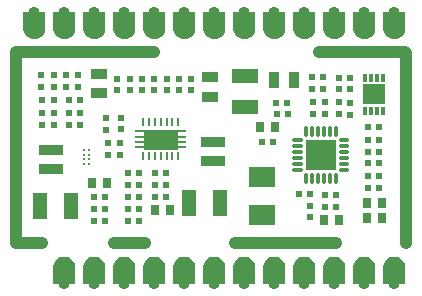
<source format=gbr>
G04 EAGLE Gerber RS-274X export*
G75*
%MOMM*%
%FSLAX34Y34*%
%LPD*%
%INSoldermask Top*%
%IPPOS*%
%AMOC8*
5,1,8,0,0,1.08239X$1,22.5*%
G01*
%ADD10C,1.000000*%
%ADD11C,1.016000*%
%ADD12R,0.720000X0.870000*%
%ADD13R,0.470000X0.620000*%
%ADD14R,2.320000X1.670000*%
%ADD15R,0.477200X0.629600*%
%ADD16C,0.370000*%
%ADD17R,2.600000X2.600000*%
%ADD18R,0.629600X0.477200*%
%ADD19R,0.470000X0.570000*%
%ADD20R,0.870000X1.320000*%
%ADD21R,0.300000X0.800000*%
%ADD22R,1.880000X1.730000*%
%ADD23R,0.620000X0.470000*%
%ADD24R,1.320000X0.870000*%
%ADD25R,2.020000X0.870000*%
%ADD26R,0.270000X0.720000*%
%ADD27C,0.032000*%
%ADD28R,1.120000X0.220000*%
%ADD29C,0.250000*%
%ADD30C,1.798000*%
%ADD31C,1.036000*%
%ADD32R,2.220000X1.270000*%
%ADD33R,1.270000X2.220000*%

G36*
X52597Y206550D02*
X52597Y206550D01*
X52643Y206563D01*
X52718Y206574D01*
X54386Y207080D01*
X54429Y207102D01*
X54501Y207127D01*
X56038Y207949D01*
X56076Y207979D01*
X56141Y208018D01*
X57489Y209124D01*
X57520Y209160D01*
X57576Y209211D01*
X58682Y210559D01*
X58706Y210601D01*
X58751Y210662D01*
X59573Y212199D01*
X59587Y212245D01*
X59620Y212314D01*
X60126Y213982D01*
X60132Y214029D01*
X60150Y214104D01*
X60321Y215838D01*
X60319Y215865D01*
X60324Y215900D01*
X60324Y228600D01*
X60313Y228665D01*
X60311Y228731D01*
X60293Y228774D01*
X60285Y228821D01*
X60251Y228878D01*
X60226Y228938D01*
X60195Y228973D01*
X60170Y229014D01*
X60119Y229056D01*
X60075Y229104D01*
X60033Y229126D01*
X59996Y229155D01*
X59934Y229176D01*
X59875Y229207D01*
X59821Y229215D01*
X59784Y229227D01*
X59744Y229226D01*
X59690Y229234D01*
X41910Y229234D01*
X41845Y229223D01*
X41779Y229221D01*
X41736Y229203D01*
X41689Y229195D01*
X41632Y229161D01*
X41572Y229136D01*
X41537Y229105D01*
X41496Y229080D01*
X41455Y229029D01*
X41406Y228985D01*
X41384Y228943D01*
X41355Y228906D01*
X41334Y228844D01*
X41303Y228785D01*
X41295Y228731D01*
X41283Y228694D01*
X41283Y228670D01*
X41283Y228668D01*
X41283Y228650D01*
X41276Y228600D01*
X41276Y215900D01*
X41281Y215873D01*
X41279Y215838D01*
X41450Y214104D01*
X41463Y214057D01*
X41474Y213982D01*
X41980Y212314D01*
X42002Y212271D01*
X42027Y212199D01*
X42849Y210662D01*
X42879Y210624D01*
X42918Y210559D01*
X44024Y209211D01*
X44060Y209180D01*
X44111Y209124D01*
X45459Y208018D01*
X45501Y207994D01*
X45562Y207949D01*
X47099Y207127D01*
X47145Y207113D01*
X47214Y207080D01*
X47352Y207038D01*
X47353Y207038D01*
X48882Y206574D01*
X48929Y206568D01*
X49004Y206550D01*
X50738Y206379D01*
X50786Y206383D01*
X50862Y206379D01*
X52597Y206550D01*
G37*
G36*
X306597Y206550D02*
X306597Y206550D01*
X306643Y206563D01*
X306718Y206574D01*
X308386Y207080D01*
X308429Y207102D01*
X308501Y207127D01*
X310038Y207949D01*
X310076Y207979D01*
X310141Y208018D01*
X311489Y209124D01*
X311520Y209160D01*
X311576Y209211D01*
X312682Y210559D01*
X312706Y210601D01*
X312751Y210662D01*
X313573Y212199D01*
X313587Y212245D01*
X313620Y212314D01*
X314126Y213982D01*
X314132Y214029D01*
X314150Y214104D01*
X314321Y215838D01*
X314319Y215865D01*
X314324Y215900D01*
X314324Y228600D01*
X314313Y228665D01*
X314311Y228731D01*
X314293Y228774D01*
X314285Y228821D01*
X314251Y228878D01*
X314226Y228938D01*
X314195Y228973D01*
X314170Y229014D01*
X314119Y229056D01*
X314075Y229104D01*
X314033Y229126D01*
X313996Y229155D01*
X313934Y229176D01*
X313875Y229207D01*
X313821Y229215D01*
X313784Y229227D01*
X313744Y229226D01*
X313690Y229234D01*
X295910Y229234D01*
X295845Y229223D01*
X295779Y229221D01*
X295736Y229203D01*
X295689Y229195D01*
X295632Y229161D01*
X295572Y229136D01*
X295537Y229105D01*
X295496Y229080D01*
X295455Y229029D01*
X295406Y228985D01*
X295384Y228943D01*
X295355Y228906D01*
X295334Y228844D01*
X295303Y228785D01*
X295295Y228731D01*
X295283Y228694D01*
X295283Y228670D01*
X295283Y228668D01*
X295283Y228650D01*
X295276Y228600D01*
X295276Y215900D01*
X295281Y215873D01*
X295279Y215838D01*
X295450Y214104D01*
X295463Y214057D01*
X295474Y213982D01*
X295980Y212314D01*
X296002Y212271D01*
X296027Y212199D01*
X296849Y210662D01*
X296879Y210624D01*
X296918Y210559D01*
X298024Y209211D01*
X298060Y209180D01*
X298111Y209124D01*
X299459Y208018D01*
X299501Y207994D01*
X299562Y207949D01*
X301099Y207127D01*
X301145Y207113D01*
X301214Y207080D01*
X301352Y207038D01*
X301353Y207038D01*
X302882Y206574D01*
X302929Y206568D01*
X303004Y206550D01*
X304738Y206379D01*
X304786Y206383D01*
X304862Y206379D01*
X306597Y206550D01*
G37*
G36*
X154197Y206550D02*
X154197Y206550D01*
X154243Y206563D01*
X154318Y206574D01*
X155986Y207080D01*
X156029Y207102D01*
X156101Y207127D01*
X157638Y207949D01*
X157676Y207979D01*
X157741Y208018D01*
X159089Y209124D01*
X159120Y209160D01*
X159176Y209211D01*
X160282Y210559D01*
X160306Y210601D01*
X160351Y210662D01*
X161173Y212199D01*
X161187Y212245D01*
X161220Y212314D01*
X161726Y213982D01*
X161732Y214029D01*
X161750Y214104D01*
X161921Y215838D01*
X161919Y215865D01*
X161924Y215900D01*
X161924Y228600D01*
X161913Y228665D01*
X161911Y228731D01*
X161893Y228774D01*
X161885Y228821D01*
X161851Y228878D01*
X161826Y228938D01*
X161795Y228973D01*
X161770Y229014D01*
X161719Y229056D01*
X161675Y229104D01*
X161633Y229126D01*
X161596Y229155D01*
X161534Y229176D01*
X161475Y229207D01*
X161421Y229215D01*
X161384Y229227D01*
X161344Y229226D01*
X161290Y229234D01*
X143510Y229234D01*
X143445Y229223D01*
X143379Y229221D01*
X143336Y229203D01*
X143289Y229195D01*
X143232Y229161D01*
X143172Y229136D01*
X143137Y229105D01*
X143096Y229080D01*
X143055Y229029D01*
X143006Y228985D01*
X142984Y228943D01*
X142955Y228906D01*
X142934Y228844D01*
X142903Y228785D01*
X142895Y228731D01*
X142883Y228694D01*
X142883Y228670D01*
X142883Y228668D01*
X142883Y228650D01*
X142876Y228600D01*
X142876Y215900D01*
X142881Y215873D01*
X142879Y215838D01*
X143050Y214104D01*
X143063Y214057D01*
X143074Y213982D01*
X143580Y212314D01*
X143602Y212271D01*
X143627Y212199D01*
X144449Y210662D01*
X144479Y210624D01*
X144518Y210559D01*
X145624Y209211D01*
X145660Y209180D01*
X145711Y209124D01*
X147059Y208018D01*
X147101Y207994D01*
X147162Y207949D01*
X148699Y207127D01*
X148745Y207113D01*
X148814Y207080D01*
X148952Y207038D01*
X148953Y207038D01*
X150482Y206574D01*
X150529Y206568D01*
X150604Y206550D01*
X152338Y206379D01*
X152386Y206383D01*
X152462Y206379D01*
X154197Y206550D01*
G37*
G36*
X281197Y206550D02*
X281197Y206550D01*
X281243Y206563D01*
X281318Y206574D01*
X282986Y207080D01*
X283029Y207102D01*
X283101Y207127D01*
X284638Y207949D01*
X284676Y207979D01*
X284741Y208018D01*
X286089Y209124D01*
X286120Y209160D01*
X286176Y209211D01*
X287282Y210559D01*
X287306Y210601D01*
X287351Y210662D01*
X288173Y212199D01*
X288187Y212245D01*
X288220Y212314D01*
X288726Y213982D01*
X288732Y214029D01*
X288750Y214104D01*
X288921Y215838D01*
X288919Y215865D01*
X288924Y215900D01*
X288924Y228600D01*
X288913Y228665D01*
X288911Y228731D01*
X288893Y228774D01*
X288885Y228821D01*
X288851Y228878D01*
X288826Y228938D01*
X288795Y228973D01*
X288770Y229014D01*
X288719Y229056D01*
X288675Y229104D01*
X288633Y229126D01*
X288596Y229155D01*
X288534Y229176D01*
X288475Y229207D01*
X288421Y229215D01*
X288384Y229227D01*
X288344Y229226D01*
X288290Y229234D01*
X270510Y229234D01*
X270445Y229223D01*
X270379Y229221D01*
X270336Y229203D01*
X270289Y229195D01*
X270232Y229161D01*
X270172Y229136D01*
X270137Y229105D01*
X270096Y229080D01*
X270055Y229029D01*
X270006Y228985D01*
X269984Y228943D01*
X269955Y228906D01*
X269934Y228844D01*
X269903Y228785D01*
X269895Y228731D01*
X269883Y228694D01*
X269883Y228670D01*
X269883Y228668D01*
X269883Y228650D01*
X269876Y228600D01*
X269876Y215900D01*
X269881Y215873D01*
X269879Y215838D01*
X270050Y214104D01*
X270063Y214057D01*
X270074Y213982D01*
X270580Y212314D01*
X270602Y212271D01*
X270627Y212199D01*
X271449Y210662D01*
X271479Y210624D01*
X271518Y210559D01*
X272624Y209211D01*
X272660Y209180D01*
X272711Y209124D01*
X274059Y208018D01*
X274101Y207994D01*
X274162Y207949D01*
X275699Y207127D01*
X275745Y207113D01*
X275814Y207080D01*
X275952Y207038D01*
X275953Y207038D01*
X277482Y206574D01*
X277529Y206568D01*
X277604Y206550D01*
X279338Y206379D01*
X279386Y206383D01*
X279462Y206379D01*
X281197Y206550D01*
G37*
G36*
X128797Y206550D02*
X128797Y206550D01*
X128843Y206563D01*
X128918Y206574D01*
X130586Y207080D01*
X130629Y207102D01*
X130701Y207127D01*
X132238Y207949D01*
X132276Y207979D01*
X132341Y208018D01*
X133689Y209124D01*
X133720Y209160D01*
X133776Y209211D01*
X134882Y210559D01*
X134906Y210601D01*
X134951Y210662D01*
X135773Y212199D01*
X135787Y212245D01*
X135820Y212314D01*
X136326Y213982D01*
X136332Y214029D01*
X136350Y214104D01*
X136521Y215838D01*
X136519Y215865D01*
X136524Y215900D01*
X136524Y228600D01*
X136513Y228665D01*
X136511Y228731D01*
X136493Y228774D01*
X136485Y228821D01*
X136451Y228878D01*
X136426Y228938D01*
X136395Y228973D01*
X136370Y229014D01*
X136319Y229056D01*
X136275Y229104D01*
X136233Y229126D01*
X136196Y229155D01*
X136134Y229176D01*
X136075Y229207D01*
X136021Y229215D01*
X135984Y229227D01*
X135944Y229226D01*
X135890Y229234D01*
X118110Y229234D01*
X118045Y229223D01*
X117979Y229221D01*
X117936Y229203D01*
X117889Y229195D01*
X117832Y229161D01*
X117772Y229136D01*
X117737Y229105D01*
X117696Y229080D01*
X117655Y229029D01*
X117606Y228985D01*
X117584Y228943D01*
X117555Y228906D01*
X117534Y228844D01*
X117503Y228785D01*
X117495Y228731D01*
X117483Y228694D01*
X117483Y228670D01*
X117483Y228668D01*
X117483Y228650D01*
X117476Y228600D01*
X117476Y215900D01*
X117481Y215873D01*
X117479Y215838D01*
X117650Y214104D01*
X117663Y214057D01*
X117674Y213982D01*
X118180Y212314D01*
X118202Y212271D01*
X118227Y212199D01*
X119049Y210662D01*
X119079Y210624D01*
X119118Y210559D01*
X120224Y209211D01*
X120260Y209180D01*
X120311Y209124D01*
X121659Y208018D01*
X121701Y207994D01*
X121762Y207949D01*
X123299Y207127D01*
X123345Y207113D01*
X123414Y207080D01*
X123552Y207038D01*
X123553Y207038D01*
X125082Y206574D01*
X125129Y206568D01*
X125204Y206550D01*
X126938Y206379D01*
X126986Y206383D01*
X127062Y206379D01*
X128797Y206550D01*
G37*
G36*
X230397Y206550D02*
X230397Y206550D01*
X230443Y206563D01*
X230518Y206574D01*
X232186Y207080D01*
X232229Y207102D01*
X232301Y207127D01*
X233838Y207949D01*
X233876Y207979D01*
X233941Y208018D01*
X235289Y209124D01*
X235320Y209160D01*
X235376Y209211D01*
X236482Y210559D01*
X236506Y210601D01*
X236551Y210662D01*
X237373Y212199D01*
X237387Y212245D01*
X237420Y212314D01*
X237926Y213982D01*
X237932Y214029D01*
X237950Y214104D01*
X238121Y215838D01*
X238119Y215865D01*
X238124Y215900D01*
X238124Y228600D01*
X238113Y228665D01*
X238111Y228731D01*
X238093Y228774D01*
X238085Y228821D01*
X238051Y228878D01*
X238026Y228938D01*
X237995Y228973D01*
X237970Y229014D01*
X237919Y229056D01*
X237875Y229104D01*
X237833Y229126D01*
X237796Y229155D01*
X237734Y229176D01*
X237675Y229207D01*
X237621Y229215D01*
X237584Y229227D01*
X237544Y229226D01*
X237490Y229234D01*
X219710Y229234D01*
X219645Y229223D01*
X219579Y229221D01*
X219536Y229203D01*
X219489Y229195D01*
X219432Y229161D01*
X219372Y229136D01*
X219337Y229105D01*
X219296Y229080D01*
X219255Y229029D01*
X219206Y228985D01*
X219184Y228943D01*
X219155Y228906D01*
X219134Y228844D01*
X219103Y228785D01*
X219095Y228731D01*
X219083Y228694D01*
X219083Y228670D01*
X219083Y228668D01*
X219083Y228650D01*
X219076Y228600D01*
X219076Y215900D01*
X219081Y215873D01*
X219079Y215838D01*
X219250Y214104D01*
X219263Y214057D01*
X219274Y213982D01*
X219780Y212314D01*
X219802Y212271D01*
X219827Y212199D01*
X220649Y210662D01*
X220679Y210624D01*
X220718Y210559D01*
X221824Y209211D01*
X221860Y209180D01*
X221911Y209124D01*
X223259Y208018D01*
X223301Y207994D01*
X223362Y207949D01*
X224899Y207127D01*
X224945Y207113D01*
X225014Y207080D01*
X225152Y207038D01*
X225153Y207038D01*
X226682Y206574D01*
X226729Y206568D01*
X226804Y206550D01*
X228538Y206379D01*
X228586Y206383D01*
X228662Y206379D01*
X230397Y206550D01*
G37*
G36*
X77997Y206550D02*
X77997Y206550D01*
X78043Y206563D01*
X78118Y206574D01*
X79786Y207080D01*
X79829Y207102D01*
X79901Y207127D01*
X81438Y207949D01*
X81476Y207979D01*
X81541Y208018D01*
X82889Y209124D01*
X82920Y209160D01*
X82976Y209211D01*
X84082Y210559D01*
X84106Y210601D01*
X84151Y210662D01*
X84973Y212199D01*
X84987Y212245D01*
X85020Y212314D01*
X85526Y213982D01*
X85532Y214029D01*
X85550Y214104D01*
X85721Y215838D01*
X85719Y215865D01*
X85724Y215900D01*
X85724Y228600D01*
X85713Y228665D01*
X85711Y228731D01*
X85693Y228774D01*
X85685Y228821D01*
X85651Y228878D01*
X85626Y228938D01*
X85595Y228973D01*
X85570Y229014D01*
X85519Y229056D01*
X85475Y229104D01*
X85433Y229126D01*
X85396Y229155D01*
X85334Y229176D01*
X85275Y229207D01*
X85221Y229215D01*
X85184Y229227D01*
X85144Y229226D01*
X85090Y229234D01*
X67310Y229234D01*
X67245Y229223D01*
X67179Y229221D01*
X67136Y229203D01*
X67089Y229195D01*
X67032Y229161D01*
X66972Y229136D01*
X66937Y229105D01*
X66896Y229080D01*
X66855Y229029D01*
X66806Y228985D01*
X66784Y228943D01*
X66755Y228906D01*
X66734Y228844D01*
X66703Y228785D01*
X66695Y228731D01*
X66683Y228694D01*
X66683Y228670D01*
X66683Y228668D01*
X66683Y228650D01*
X66676Y228600D01*
X66676Y215900D01*
X66681Y215873D01*
X66679Y215838D01*
X66850Y214104D01*
X66863Y214057D01*
X66874Y213982D01*
X67380Y212314D01*
X67402Y212271D01*
X67427Y212199D01*
X68249Y210662D01*
X68279Y210624D01*
X68318Y210559D01*
X69424Y209211D01*
X69460Y209180D01*
X69511Y209124D01*
X70859Y208018D01*
X70901Y207994D01*
X70962Y207949D01*
X72499Y207127D01*
X72545Y207113D01*
X72614Y207080D01*
X72752Y207038D01*
X72753Y207038D01*
X74282Y206574D01*
X74329Y206568D01*
X74404Y206550D01*
X76138Y206379D01*
X76186Y206383D01*
X76262Y206379D01*
X77997Y206550D01*
G37*
G36*
X103397Y206550D02*
X103397Y206550D01*
X103443Y206563D01*
X103518Y206574D01*
X105186Y207080D01*
X105229Y207102D01*
X105301Y207127D01*
X106838Y207949D01*
X106876Y207979D01*
X106941Y208018D01*
X108289Y209124D01*
X108320Y209160D01*
X108376Y209211D01*
X109482Y210559D01*
X109506Y210601D01*
X109551Y210662D01*
X110373Y212199D01*
X110387Y212245D01*
X110420Y212314D01*
X110926Y213982D01*
X110932Y214029D01*
X110950Y214104D01*
X111121Y215838D01*
X111119Y215865D01*
X111124Y215900D01*
X111124Y228600D01*
X111113Y228665D01*
X111111Y228731D01*
X111093Y228774D01*
X111085Y228821D01*
X111051Y228878D01*
X111026Y228938D01*
X110995Y228973D01*
X110970Y229014D01*
X110919Y229056D01*
X110875Y229104D01*
X110833Y229126D01*
X110796Y229155D01*
X110734Y229176D01*
X110675Y229207D01*
X110621Y229215D01*
X110584Y229227D01*
X110544Y229226D01*
X110490Y229234D01*
X92710Y229234D01*
X92645Y229223D01*
X92579Y229221D01*
X92536Y229203D01*
X92489Y229195D01*
X92432Y229161D01*
X92372Y229136D01*
X92337Y229105D01*
X92296Y229080D01*
X92255Y229029D01*
X92206Y228985D01*
X92184Y228943D01*
X92155Y228906D01*
X92134Y228844D01*
X92103Y228785D01*
X92095Y228731D01*
X92083Y228694D01*
X92083Y228670D01*
X92083Y228668D01*
X92083Y228650D01*
X92076Y228600D01*
X92076Y215900D01*
X92081Y215873D01*
X92079Y215838D01*
X92250Y214104D01*
X92263Y214057D01*
X92274Y213982D01*
X92780Y212314D01*
X92802Y212271D01*
X92827Y212199D01*
X93649Y210662D01*
X93679Y210624D01*
X93718Y210559D01*
X94824Y209211D01*
X94860Y209180D01*
X94911Y209124D01*
X96259Y208018D01*
X96301Y207994D01*
X96362Y207949D01*
X97899Y207127D01*
X97945Y207113D01*
X98014Y207080D01*
X98152Y207038D01*
X98153Y207038D01*
X99682Y206574D01*
X99729Y206568D01*
X99804Y206550D01*
X101538Y206379D01*
X101586Y206383D01*
X101662Y206379D01*
X103397Y206550D01*
G37*
G36*
X204997Y206550D02*
X204997Y206550D01*
X205043Y206563D01*
X205118Y206574D01*
X206786Y207080D01*
X206829Y207102D01*
X206901Y207127D01*
X208438Y207949D01*
X208476Y207979D01*
X208541Y208018D01*
X209889Y209124D01*
X209920Y209160D01*
X209976Y209211D01*
X211082Y210559D01*
X211106Y210601D01*
X211151Y210662D01*
X211973Y212199D01*
X211987Y212245D01*
X212020Y212314D01*
X212526Y213982D01*
X212532Y214029D01*
X212550Y214104D01*
X212721Y215838D01*
X212719Y215865D01*
X212724Y215900D01*
X212724Y228600D01*
X212713Y228665D01*
X212711Y228731D01*
X212693Y228774D01*
X212685Y228821D01*
X212651Y228878D01*
X212626Y228938D01*
X212595Y228973D01*
X212570Y229014D01*
X212519Y229056D01*
X212475Y229104D01*
X212433Y229126D01*
X212396Y229155D01*
X212334Y229176D01*
X212275Y229207D01*
X212221Y229215D01*
X212184Y229227D01*
X212144Y229226D01*
X212090Y229234D01*
X194310Y229234D01*
X194245Y229223D01*
X194179Y229221D01*
X194136Y229203D01*
X194089Y229195D01*
X194032Y229161D01*
X193972Y229136D01*
X193937Y229105D01*
X193896Y229080D01*
X193855Y229029D01*
X193806Y228985D01*
X193784Y228943D01*
X193755Y228906D01*
X193734Y228844D01*
X193703Y228785D01*
X193695Y228731D01*
X193683Y228694D01*
X193683Y228670D01*
X193683Y228668D01*
X193683Y228650D01*
X193676Y228600D01*
X193676Y215900D01*
X193681Y215873D01*
X193679Y215838D01*
X193850Y214104D01*
X193863Y214057D01*
X193874Y213982D01*
X194380Y212314D01*
X194402Y212271D01*
X194427Y212199D01*
X195249Y210662D01*
X195279Y210624D01*
X195318Y210559D01*
X196424Y209211D01*
X196460Y209180D01*
X196511Y209124D01*
X197859Y208018D01*
X197901Y207994D01*
X197962Y207949D01*
X199499Y207127D01*
X199545Y207113D01*
X199614Y207080D01*
X199752Y207038D01*
X199753Y207038D01*
X201282Y206574D01*
X201329Y206568D01*
X201404Y206550D01*
X203138Y206379D01*
X203186Y206383D01*
X203262Y206379D01*
X204997Y206550D01*
G37*
G36*
X255797Y206550D02*
X255797Y206550D01*
X255843Y206563D01*
X255918Y206574D01*
X257586Y207080D01*
X257629Y207102D01*
X257701Y207127D01*
X259238Y207949D01*
X259276Y207979D01*
X259341Y208018D01*
X260689Y209124D01*
X260720Y209160D01*
X260776Y209211D01*
X261882Y210559D01*
X261906Y210601D01*
X261951Y210662D01*
X262773Y212199D01*
X262787Y212245D01*
X262820Y212314D01*
X263326Y213982D01*
X263332Y214029D01*
X263350Y214104D01*
X263521Y215838D01*
X263519Y215865D01*
X263524Y215900D01*
X263524Y228600D01*
X263513Y228665D01*
X263511Y228731D01*
X263493Y228774D01*
X263485Y228821D01*
X263451Y228878D01*
X263426Y228938D01*
X263395Y228973D01*
X263370Y229014D01*
X263319Y229056D01*
X263275Y229104D01*
X263233Y229126D01*
X263196Y229155D01*
X263134Y229176D01*
X263075Y229207D01*
X263021Y229215D01*
X262984Y229227D01*
X262944Y229226D01*
X262890Y229234D01*
X245110Y229234D01*
X245045Y229223D01*
X244979Y229221D01*
X244936Y229203D01*
X244889Y229195D01*
X244832Y229161D01*
X244772Y229136D01*
X244737Y229105D01*
X244696Y229080D01*
X244655Y229029D01*
X244606Y228985D01*
X244584Y228943D01*
X244555Y228906D01*
X244534Y228844D01*
X244503Y228785D01*
X244495Y228731D01*
X244483Y228694D01*
X244483Y228670D01*
X244483Y228668D01*
X244483Y228650D01*
X244476Y228600D01*
X244476Y215900D01*
X244481Y215873D01*
X244479Y215838D01*
X244650Y214104D01*
X244663Y214057D01*
X244674Y213982D01*
X245180Y212314D01*
X245202Y212271D01*
X245227Y212199D01*
X246049Y210662D01*
X246079Y210624D01*
X246118Y210559D01*
X247224Y209211D01*
X247260Y209180D01*
X247311Y209124D01*
X248659Y208018D01*
X248701Y207994D01*
X248762Y207949D01*
X250299Y207127D01*
X250345Y207113D01*
X250414Y207080D01*
X250552Y207038D01*
X250553Y207038D01*
X252082Y206574D01*
X252129Y206568D01*
X252204Y206550D01*
X253938Y206379D01*
X253986Y206383D01*
X254062Y206379D01*
X255797Y206550D01*
G37*
G36*
X27197Y206550D02*
X27197Y206550D01*
X27243Y206563D01*
X27318Y206574D01*
X28986Y207080D01*
X29029Y207102D01*
X29101Y207127D01*
X30638Y207949D01*
X30676Y207979D01*
X30741Y208018D01*
X32089Y209124D01*
X32120Y209160D01*
X32176Y209211D01*
X33282Y210559D01*
X33306Y210601D01*
X33351Y210662D01*
X34173Y212199D01*
X34187Y212245D01*
X34220Y212314D01*
X34726Y213982D01*
X34732Y214029D01*
X34750Y214104D01*
X34921Y215838D01*
X34919Y215865D01*
X34924Y215900D01*
X34924Y228600D01*
X34913Y228665D01*
X34911Y228731D01*
X34893Y228774D01*
X34885Y228821D01*
X34851Y228878D01*
X34826Y228938D01*
X34795Y228973D01*
X34770Y229014D01*
X34719Y229056D01*
X34675Y229104D01*
X34633Y229126D01*
X34596Y229155D01*
X34534Y229176D01*
X34475Y229207D01*
X34421Y229215D01*
X34384Y229227D01*
X34344Y229226D01*
X34290Y229234D01*
X16510Y229234D01*
X16445Y229223D01*
X16379Y229221D01*
X16336Y229203D01*
X16289Y229195D01*
X16232Y229161D01*
X16172Y229136D01*
X16137Y229105D01*
X16096Y229080D01*
X16055Y229029D01*
X16006Y228985D01*
X15984Y228943D01*
X15955Y228906D01*
X15934Y228844D01*
X15903Y228785D01*
X15895Y228731D01*
X15883Y228694D01*
X15883Y228670D01*
X15883Y228668D01*
X15883Y228650D01*
X15876Y228600D01*
X15876Y215900D01*
X15881Y215873D01*
X15879Y215838D01*
X16050Y214104D01*
X16063Y214057D01*
X16074Y213982D01*
X16580Y212314D01*
X16602Y212271D01*
X16627Y212199D01*
X17449Y210662D01*
X17479Y210624D01*
X17518Y210559D01*
X18624Y209211D01*
X18660Y209180D01*
X18711Y209124D01*
X20059Y208018D01*
X20101Y207994D01*
X20162Y207949D01*
X21699Y207127D01*
X21745Y207113D01*
X21814Y207080D01*
X21952Y207038D01*
X21953Y207038D01*
X23482Y206574D01*
X23529Y206568D01*
X23604Y206550D01*
X25338Y206379D01*
X25386Y206383D01*
X25462Y206379D01*
X27197Y206550D01*
G37*
G36*
X331997Y206550D02*
X331997Y206550D01*
X332043Y206563D01*
X332118Y206574D01*
X333786Y207080D01*
X333829Y207102D01*
X333901Y207127D01*
X335438Y207949D01*
X335476Y207979D01*
X335541Y208018D01*
X336889Y209124D01*
X336920Y209160D01*
X336976Y209211D01*
X338082Y210559D01*
X338106Y210601D01*
X338151Y210662D01*
X338973Y212199D01*
X338987Y212245D01*
X339020Y212314D01*
X339526Y213982D01*
X339532Y214029D01*
X339550Y214104D01*
X339721Y215838D01*
X339719Y215865D01*
X339724Y215900D01*
X339724Y228600D01*
X339713Y228665D01*
X339711Y228731D01*
X339693Y228774D01*
X339685Y228821D01*
X339651Y228878D01*
X339626Y228938D01*
X339595Y228973D01*
X339570Y229014D01*
X339519Y229056D01*
X339475Y229104D01*
X339433Y229126D01*
X339396Y229155D01*
X339334Y229176D01*
X339275Y229207D01*
X339221Y229215D01*
X339184Y229227D01*
X339144Y229226D01*
X339090Y229234D01*
X321310Y229234D01*
X321245Y229223D01*
X321179Y229221D01*
X321136Y229203D01*
X321089Y229195D01*
X321032Y229161D01*
X320972Y229136D01*
X320937Y229105D01*
X320896Y229080D01*
X320855Y229029D01*
X320806Y228985D01*
X320784Y228943D01*
X320755Y228906D01*
X320734Y228844D01*
X320703Y228785D01*
X320695Y228731D01*
X320683Y228694D01*
X320683Y228670D01*
X320683Y228668D01*
X320683Y228650D01*
X320676Y228600D01*
X320676Y215900D01*
X320681Y215873D01*
X320679Y215838D01*
X320850Y214104D01*
X320863Y214057D01*
X320874Y213982D01*
X321380Y212314D01*
X321402Y212271D01*
X321427Y212199D01*
X322249Y210662D01*
X322279Y210624D01*
X322318Y210559D01*
X323424Y209211D01*
X323460Y209180D01*
X323511Y209124D01*
X324859Y208018D01*
X324901Y207994D01*
X324962Y207949D01*
X326499Y207127D01*
X326545Y207113D01*
X326614Y207080D01*
X326752Y207038D01*
X326753Y207038D01*
X328282Y206574D01*
X328329Y206568D01*
X328404Y206550D01*
X330138Y206379D01*
X330186Y206383D01*
X330262Y206379D01*
X331997Y206550D01*
G37*
G36*
X179597Y206550D02*
X179597Y206550D01*
X179643Y206563D01*
X179718Y206574D01*
X181386Y207080D01*
X181429Y207102D01*
X181501Y207127D01*
X183038Y207949D01*
X183076Y207979D01*
X183141Y208018D01*
X184489Y209124D01*
X184520Y209160D01*
X184576Y209211D01*
X185682Y210559D01*
X185706Y210601D01*
X185751Y210662D01*
X186573Y212199D01*
X186587Y212245D01*
X186620Y212314D01*
X187126Y213982D01*
X187132Y214029D01*
X187150Y214104D01*
X187321Y215838D01*
X187319Y215865D01*
X187324Y215900D01*
X187324Y228600D01*
X187313Y228665D01*
X187311Y228731D01*
X187293Y228774D01*
X187285Y228821D01*
X187251Y228878D01*
X187226Y228938D01*
X187195Y228973D01*
X187170Y229014D01*
X187119Y229056D01*
X187075Y229104D01*
X187033Y229126D01*
X186996Y229155D01*
X186934Y229176D01*
X186875Y229207D01*
X186821Y229215D01*
X186784Y229227D01*
X186744Y229226D01*
X186690Y229234D01*
X168910Y229234D01*
X168845Y229223D01*
X168779Y229221D01*
X168736Y229203D01*
X168689Y229195D01*
X168632Y229161D01*
X168572Y229136D01*
X168537Y229105D01*
X168496Y229080D01*
X168455Y229029D01*
X168406Y228985D01*
X168384Y228943D01*
X168355Y228906D01*
X168334Y228844D01*
X168303Y228785D01*
X168295Y228731D01*
X168283Y228694D01*
X168283Y228670D01*
X168283Y228668D01*
X168283Y228650D01*
X168276Y228600D01*
X168276Y215900D01*
X168281Y215873D01*
X168279Y215838D01*
X168450Y214104D01*
X168463Y214057D01*
X168474Y213982D01*
X168980Y212314D01*
X169002Y212271D01*
X169027Y212199D01*
X169849Y210662D01*
X169879Y210624D01*
X169918Y210559D01*
X171024Y209211D01*
X171060Y209180D01*
X171111Y209124D01*
X172459Y208018D01*
X172501Y207994D01*
X172562Y207949D01*
X174099Y207127D01*
X174145Y207113D01*
X174214Y207080D01*
X174352Y207038D01*
X174353Y207038D01*
X175882Y206574D01*
X175929Y206568D01*
X176004Y206550D01*
X177738Y206379D01*
X177786Y206383D01*
X177862Y206379D01*
X179597Y206550D01*
G37*
G36*
X161355Y-623D02*
X161355Y-623D01*
X161421Y-621D01*
X161464Y-603D01*
X161511Y-595D01*
X161568Y-561D01*
X161628Y-536D01*
X161663Y-505D01*
X161704Y-480D01*
X161746Y-429D01*
X161794Y-385D01*
X161816Y-343D01*
X161845Y-306D01*
X161866Y-244D01*
X161897Y-185D01*
X161905Y-131D01*
X161917Y-94D01*
X161916Y-54D01*
X161924Y0D01*
X161924Y12700D01*
X161919Y12727D01*
X161921Y12762D01*
X161750Y14497D01*
X161737Y14543D01*
X161726Y14618D01*
X161220Y16286D01*
X161198Y16329D01*
X161173Y16401D01*
X160351Y17938D01*
X160321Y17976D01*
X160282Y18041D01*
X159176Y19389D01*
X159140Y19420D01*
X159089Y19476D01*
X157741Y20582D01*
X157699Y20606D01*
X157638Y20651D01*
X156101Y21473D01*
X156055Y21487D01*
X155986Y21520D01*
X155932Y21537D01*
X155931Y21537D01*
X154318Y22026D01*
X154271Y22032D01*
X154197Y22050D01*
X152462Y22221D01*
X152414Y22217D01*
X152338Y22221D01*
X150604Y22050D01*
X150557Y22037D01*
X150482Y22026D01*
X148814Y21520D01*
X148771Y21498D01*
X148699Y21473D01*
X147162Y20651D01*
X147124Y20621D01*
X147059Y20582D01*
X145711Y19476D01*
X145680Y19440D01*
X145624Y19389D01*
X144518Y18041D01*
X144494Y17999D01*
X144449Y17938D01*
X143627Y16401D01*
X143613Y16355D01*
X143580Y16286D01*
X143074Y14618D01*
X143068Y14571D01*
X143050Y14497D01*
X142879Y12762D01*
X142881Y12735D01*
X142876Y12700D01*
X142876Y0D01*
X142887Y-65D01*
X142889Y-131D01*
X142907Y-174D01*
X142915Y-221D01*
X142949Y-278D01*
X142974Y-338D01*
X143005Y-373D01*
X143030Y-414D01*
X143081Y-456D01*
X143125Y-504D01*
X143167Y-526D01*
X143204Y-555D01*
X143266Y-576D01*
X143325Y-607D01*
X143379Y-615D01*
X143416Y-627D01*
X143456Y-626D01*
X143510Y-634D01*
X161290Y-634D01*
X161355Y-623D01*
G37*
G36*
X186755Y-623D02*
X186755Y-623D01*
X186821Y-621D01*
X186864Y-603D01*
X186911Y-595D01*
X186968Y-561D01*
X187028Y-536D01*
X187063Y-505D01*
X187104Y-480D01*
X187146Y-429D01*
X187194Y-385D01*
X187216Y-343D01*
X187245Y-306D01*
X187266Y-244D01*
X187297Y-185D01*
X187305Y-131D01*
X187317Y-94D01*
X187316Y-54D01*
X187324Y0D01*
X187324Y12700D01*
X187319Y12727D01*
X187321Y12762D01*
X187150Y14497D01*
X187137Y14543D01*
X187126Y14618D01*
X186620Y16286D01*
X186598Y16329D01*
X186573Y16401D01*
X185751Y17938D01*
X185721Y17976D01*
X185682Y18041D01*
X184576Y19389D01*
X184540Y19420D01*
X184489Y19476D01*
X183141Y20582D01*
X183099Y20606D01*
X183038Y20651D01*
X181501Y21473D01*
X181455Y21487D01*
X181386Y21520D01*
X181332Y21537D01*
X181331Y21537D01*
X179718Y22026D01*
X179671Y22032D01*
X179597Y22050D01*
X177862Y22221D01*
X177814Y22217D01*
X177738Y22221D01*
X176004Y22050D01*
X175957Y22037D01*
X175882Y22026D01*
X174214Y21520D01*
X174171Y21498D01*
X174099Y21473D01*
X172562Y20651D01*
X172524Y20621D01*
X172459Y20582D01*
X171111Y19476D01*
X171080Y19440D01*
X171024Y19389D01*
X169918Y18041D01*
X169894Y17999D01*
X169849Y17938D01*
X169027Y16401D01*
X169013Y16355D01*
X168980Y16286D01*
X168474Y14618D01*
X168468Y14571D01*
X168450Y14497D01*
X168279Y12762D01*
X168281Y12735D01*
X168276Y12700D01*
X168276Y0D01*
X168287Y-65D01*
X168289Y-131D01*
X168307Y-174D01*
X168315Y-221D01*
X168349Y-278D01*
X168374Y-338D01*
X168405Y-373D01*
X168430Y-414D01*
X168481Y-456D01*
X168525Y-504D01*
X168567Y-526D01*
X168604Y-555D01*
X168666Y-576D01*
X168725Y-607D01*
X168779Y-615D01*
X168816Y-627D01*
X168856Y-626D01*
X168910Y-634D01*
X186690Y-634D01*
X186755Y-623D01*
G37*
G36*
X262955Y-623D02*
X262955Y-623D01*
X263021Y-621D01*
X263064Y-603D01*
X263111Y-595D01*
X263168Y-561D01*
X263228Y-536D01*
X263263Y-505D01*
X263304Y-480D01*
X263346Y-429D01*
X263394Y-385D01*
X263416Y-343D01*
X263445Y-306D01*
X263466Y-244D01*
X263497Y-185D01*
X263505Y-131D01*
X263517Y-94D01*
X263516Y-54D01*
X263524Y0D01*
X263524Y12700D01*
X263519Y12727D01*
X263521Y12762D01*
X263350Y14497D01*
X263337Y14543D01*
X263326Y14618D01*
X262820Y16286D01*
X262798Y16329D01*
X262773Y16401D01*
X261951Y17938D01*
X261921Y17976D01*
X261882Y18041D01*
X260776Y19389D01*
X260740Y19420D01*
X260689Y19476D01*
X259341Y20582D01*
X259299Y20606D01*
X259238Y20651D01*
X257701Y21473D01*
X257655Y21487D01*
X257586Y21520D01*
X257532Y21537D01*
X257531Y21537D01*
X255918Y22026D01*
X255871Y22032D01*
X255797Y22050D01*
X254062Y22221D01*
X254014Y22217D01*
X253938Y22221D01*
X252204Y22050D01*
X252157Y22037D01*
X252082Y22026D01*
X250414Y21520D01*
X250371Y21498D01*
X250299Y21473D01*
X248762Y20651D01*
X248724Y20621D01*
X248659Y20582D01*
X247311Y19476D01*
X247280Y19440D01*
X247224Y19389D01*
X246118Y18041D01*
X246094Y17999D01*
X246049Y17938D01*
X245227Y16401D01*
X245213Y16355D01*
X245180Y16286D01*
X244674Y14618D01*
X244668Y14571D01*
X244650Y14497D01*
X244479Y12762D01*
X244481Y12735D01*
X244476Y12700D01*
X244476Y0D01*
X244487Y-65D01*
X244489Y-131D01*
X244507Y-174D01*
X244515Y-221D01*
X244549Y-278D01*
X244574Y-338D01*
X244605Y-373D01*
X244630Y-414D01*
X244681Y-456D01*
X244725Y-504D01*
X244767Y-526D01*
X244804Y-555D01*
X244866Y-576D01*
X244925Y-607D01*
X244979Y-615D01*
X245016Y-627D01*
X245056Y-626D01*
X245110Y-634D01*
X262890Y-634D01*
X262955Y-623D01*
G37*
G36*
X237555Y-623D02*
X237555Y-623D01*
X237621Y-621D01*
X237664Y-603D01*
X237711Y-595D01*
X237768Y-561D01*
X237828Y-536D01*
X237863Y-505D01*
X237904Y-480D01*
X237946Y-429D01*
X237994Y-385D01*
X238016Y-343D01*
X238045Y-306D01*
X238066Y-244D01*
X238097Y-185D01*
X238105Y-131D01*
X238117Y-94D01*
X238116Y-54D01*
X238124Y0D01*
X238124Y12700D01*
X238119Y12727D01*
X238121Y12762D01*
X237950Y14497D01*
X237937Y14543D01*
X237926Y14618D01*
X237420Y16286D01*
X237398Y16329D01*
X237373Y16401D01*
X236551Y17938D01*
X236521Y17976D01*
X236482Y18041D01*
X235376Y19389D01*
X235340Y19420D01*
X235289Y19476D01*
X233941Y20582D01*
X233899Y20606D01*
X233838Y20651D01*
X232301Y21473D01*
X232255Y21487D01*
X232186Y21520D01*
X232132Y21537D01*
X232131Y21537D01*
X230518Y22026D01*
X230471Y22032D01*
X230397Y22050D01*
X228662Y22221D01*
X228614Y22217D01*
X228538Y22221D01*
X226804Y22050D01*
X226757Y22037D01*
X226682Y22026D01*
X225014Y21520D01*
X224971Y21498D01*
X224899Y21473D01*
X223362Y20651D01*
X223324Y20621D01*
X223259Y20582D01*
X221911Y19476D01*
X221880Y19440D01*
X221824Y19389D01*
X220718Y18041D01*
X220694Y17999D01*
X220649Y17938D01*
X219827Y16401D01*
X219813Y16355D01*
X219780Y16286D01*
X219274Y14618D01*
X219268Y14571D01*
X219250Y14497D01*
X219079Y12762D01*
X219081Y12735D01*
X219076Y12700D01*
X219076Y0D01*
X219087Y-65D01*
X219089Y-131D01*
X219107Y-174D01*
X219115Y-221D01*
X219149Y-278D01*
X219174Y-338D01*
X219205Y-373D01*
X219230Y-414D01*
X219281Y-456D01*
X219325Y-504D01*
X219367Y-526D01*
X219404Y-555D01*
X219466Y-576D01*
X219525Y-607D01*
X219579Y-615D01*
X219616Y-627D01*
X219656Y-626D01*
X219710Y-634D01*
X237490Y-634D01*
X237555Y-623D01*
G37*
G36*
X59755Y-623D02*
X59755Y-623D01*
X59821Y-621D01*
X59864Y-603D01*
X59911Y-595D01*
X59968Y-561D01*
X60028Y-536D01*
X60063Y-505D01*
X60104Y-480D01*
X60146Y-429D01*
X60194Y-385D01*
X60216Y-343D01*
X60245Y-306D01*
X60266Y-244D01*
X60297Y-185D01*
X60305Y-131D01*
X60317Y-94D01*
X60316Y-54D01*
X60324Y0D01*
X60324Y12700D01*
X60319Y12727D01*
X60321Y12762D01*
X60150Y14497D01*
X60137Y14543D01*
X60126Y14618D01*
X59620Y16286D01*
X59598Y16329D01*
X59573Y16401D01*
X58751Y17938D01*
X58721Y17976D01*
X58682Y18041D01*
X57576Y19389D01*
X57540Y19420D01*
X57489Y19476D01*
X56141Y20582D01*
X56099Y20606D01*
X56038Y20651D01*
X54501Y21473D01*
X54455Y21487D01*
X54386Y21520D01*
X54332Y21537D01*
X54331Y21537D01*
X52718Y22026D01*
X52671Y22032D01*
X52597Y22050D01*
X50862Y22221D01*
X50814Y22217D01*
X50738Y22221D01*
X49004Y22050D01*
X48957Y22037D01*
X48882Y22026D01*
X47214Y21520D01*
X47171Y21498D01*
X47099Y21473D01*
X45562Y20651D01*
X45524Y20621D01*
X45459Y20582D01*
X44111Y19476D01*
X44080Y19440D01*
X44024Y19389D01*
X42918Y18041D01*
X42894Y17999D01*
X42849Y17938D01*
X42027Y16401D01*
X42013Y16355D01*
X41980Y16286D01*
X41474Y14618D01*
X41468Y14571D01*
X41450Y14497D01*
X41279Y12762D01*
X41281Y12735D01*
X41276Y12700D01*
X41276Y0D01*
X41287Y-65D01*
X41289Y-131D01*
X41307Y-174D01*
X41315Y-221D01*
X41349Y-278D01*
X41374Y-338D01*
X41405Y-373D01*
X41430Y-414D01*
X41481Y-456D01*
X41525Y-504D01*
X41567Y-526D01*
X41604Y-555D01*
X41666Y-576D01*
X41725Y-607D01*
X41779Y-615D01*
X41816Y-627D01*
X41856Y-626D01*
X41910Y-634D01*
X59690Y-634D01*
X59755Y-623D01*
G37*
G36*
X212155Y-623D02*
X212155Y-623D01*
X212221Y-621D01*
X212264Y-603D01*
X212311Y-595D01*
X212368Y-561D01*
X212428Y-536D01*
X212463Y-505D01*
X212504Y-480D01*
X212546Y-429D01*
X212594Y-385D01*
X212616Y-343D01*
X212645Y-306D01*
X212666Y-244D01*
X212697Y-185D01*
X212705Y-131D01*
X212717Y-94D01*
X212716Y-54D01*
X212724Y0D01*
X212724Y12700D01*
X212719Y12727D01*
X212721Y12762D01*
X212550Y14497D01*
X212537Y14543D01*
X212526Y14618D01*
X212020Y16286D01*
X211998Y16329D01*
X211973Y16401D01*
X211151Y17938D01*
X211121Y17976D01*
X211082Y18041D01*
X209976Y19389D01*
X209940Y19420D01*
X209889Y19476D01*
X208541Y20582D01*
X208499Y20606D01*
X208438Y20651D01*
X206901Y21473D01*
X206855Y21487D01*
X206786Y21520D01*
X206732Y21537D01*
X206731Y21537D01*
X205118Y22026D01*
X205071Y22032D01*
X204997Y22050D01*
X203262Y22221D01*
X203214Y22217D01*
X203138Y22221D01*
X201404Y22050D01*
X201357Y22037D01*
X201282Y22026D01*
X199614Y21520D01*
X199571Y21498D01*
X199499Y21473D01*
X197962Y20651D01*
X197924Y20621D01*
X197859Y20582D01*
X196511Y19476D01*
X196480Y19440D01*
X196424Y19389D01*
X195318Y18041D01*
X195294Y17999D01*
X195249Y17938D01*
X194427Y16401D01*
X194413Y16355D01*
X194380Y16286D01*
X193874Y14618D01*
X193868Y14571D01*
X193850Y14497D01*
X193679Y12762D01*
X193681Y12735D01*
X193676Y12700D01*
X193676Y0D01*
X193687Y-65D01*
X193689Y-131D01*
X193707Y-174D01*
X193715Y-221D01*
X193749Y-278D01*
X193774Y-338D01*
X193805Y-373D01*
X193830Y-414D01*
X193881Y-456D01*
X193925Y-504D01*
X193967Y-526D01*
X194004Y-555D01*
X194066Y-576D01*
X194125Y-607D01*
X194179Y-615D01*
X194216Y-627D01*
X194256Y-626D01*
X194310Y-634D01*
X212090Y-634D01*
X212155Y-623D01*
G37*
G36*
X288355Y-623D02*
X288355Y-623D01*
X288421Y-621D01*
X288464Y-603D01*
X288511Y-595D01*
X288568Y-561D01*
X288628Y-536D01*
X288663Y-505D01*
X288704Y-480D01*
X288746Y-429D01*
X288794Y-385D01*
X288816Y-343D01*
X288845Y-306D01*
X288866Y-244D01*
X288897Y-185D01*
X288905Y-131D01*
X288917Y-94D01*
X288916Y-54D01*
X288924Y0D01*
X288924Y12700D01*
X288919Y12727D01*
X288921Y12762D01*
X288750Y14497D01*
X288737Y14543D01*
X288726Y14618D01*
X288220Y16286D01*
X288198Y16329D01*
X288173Y16401D01*
X287351Y17938D01*
X287321Y17976D01*
X287282Y18041D01*
X286176Y19389D01*
X286140Y19420D01*
X286089Y19476D01*
X284741Y20582D01*
X284699Y20606D01*
X284638Y20651D01*
X283101Y21473D01*
X283055Y21487D01*
X282986Y21520D01*
X282932Y21537D01*
X282931Y21537D01*
X281318Y22026D01*
X281271Y22032D01*
X281197Y22050D01*
X279462Y22221D01*
X279414Y22217D01*
X279338Y22221D01*
X277604Y22050D01*
X277557Y22037D01*
X277482Y22026D01*
X275814Y21520D01*
X275771Y21498D01*
X275699Y21473D01*
X274162Y20651D01*
X274124Y20621D01*
X274059Y20582D01*
X272711Y19476D01*
X272680Y19440D01*
X272624Y19389D01*
X271518Y18041D01*
X271494Y17999D01*
X271449Y17938D01*
X270627Y16401D01*
X270613Y16355D01*
X270580Y16286D01*
X270074Y14618D01*
X270068Y14571D01*
X270050Y14497D01*
X269879Y12762D01*
X269881Y12735D01*
X269876Y12700D01*
X269876Y0D01*
X269887Y-65D01*
X269889Y-131D01*
X269907Y-174D01*
X269915Y-221D01*
X269949Y-278D01*
X269974Y-338D01*
X270005Y-373D01*
X270030Y-414D01*
X270081Y-456D01*
X270125Y-504D01*
X270167Y-526D01*
X270204Y-555D01*
X270266Y-576D01*
X270325Y-607D01*
X270379Y-615D01*
X270416Y-627D01*
X270456Y-626D01*
X270510Y-634D01*
X288290Y-634D01*
X288355Y-623D01*
G37*
G36*
X85155Y-623D02*
X85155Y-623D01*
X85221Y-621D01*
X85264Y-603D01*
X85311Y-595D01*
X85368Y-561D01*
X85428Y-536D01*
X85463Y-505D01*
X85504Y-480D01*
X85546Y-429D01*
X85594Y-385D01*
X85616Y-343D01*
X85645Y-306D01*
X85666Y-244D01*
X85697Y-185D01*
X85705Y-131D01*
X85717Y-94D01*
X85716Y-54D01*
X85724Y0D01*
X85724Y12700D01*
X85719Y12727D01*
X85721Y12762D01*
X85550Y14497D01*
X85537Y14543D01*
X85526Y14618D01*
X85020Y16286D01*
X84998Y16329D01*
X84973Y16401D01*
X84151Y17938D01*
X84121Y17976D01*
X84082Y18041D01*
X82976Y19389D01*
X82940Y19420D01*
X82889Y19476D01*
X81541Y20582D01*
X81499Y20606D01*
X81438Y20651D01*
X79901Y21473D01*
X79855Y21487D01*
X79786Y21520D01*
X79732Y21537D01*
X79731Y21537D01*
X78118Y22026D01*
X78071Y22032D01*
X77997Y22050D01*
X76262Y22221D01*
X76214Y22217D01*
X76138Y22221D01*
X74404Y22050D01*
X74357Y22037D01*
X74282Y22026D01*
X72614Y21520D01*
X72571Y21498D01*
X72499Y21473D01*
X70962Y20651D01*
X70924Y20621D01*
X70859Y20582D01*
X69511Y19476D01*
X69480Y19440D01*
X69424Y19389D01*
X68318Y18041D01*
X68294Y17999D01*
X68249Y17938D01*
X67427Y16401D01*
X67413Y16355D01*
X67380Y16286D01*
X66874Y14618D01*
X66868Y14571D01*
X66850Y14497D01*
X66679Y12762D01*
X66681Y12735D01*
X66676Y12700D01*
X66676Y0D01*
X66687Y-65D01*
X66689Y-131D01*
X66707Y-174D01*
X66715Y-221D01*
X66749Y-278D01*
X66774Y-338D01*
X66805Y-373D01*
X66830Y-414D01*
X66881Y-456D01*
X66925Y-504D01*
X66967Y-526D01*
X67004Y-555D01*
X67066Y-576D01*
X67125Y-607D01*
X67179Y-615D01*
X67216Y-627D01*
X67256Y-626D01*
X67310Y-634D01*
X85090Y-634D01*
X85155Y-623D01*
G37*
G36*
X313755Y-623D02*
X313755Y-623D01*
X313821Y-621D01*
X313864Y-603D01*
X313911Y-595D01*
X313968Y-561D01*
X314028Y-536D01*
X314063Y-505D01*
X314104Y-480D01*
X314146Y-429D01*
X314194Y-385D01*
X314216Y-343D01*
X314245Y-306D01*
X314266Y-244D01*
X314297Y-185D01*
X314305Y-131D01*
X314317Y-94D01*
X314316Y-54D01*
X314324Y0D01*
X314324Y12700D01*
X314319Y12727D01*
X314321Y12762D01*
X314150Y14497D01*
X314137Y14543D01*
X314126Y14618D01*
X313620Y16286D01*
X313598Y16329D01*
X313573Y16401D01*
X312751Y17938D01*
X312721Y17976D01*
X312682Y18041D01*
X311576Y19389D01*
X311540Y19420D01*
X311489Y19476D01*
X310141Y20582D01*
X310099Y20606D01*
X310038Y20651D01*
X308501Y21473D01*
X308455Y21487D01*
X308386Y21520D01*
X308332Y21537D01*
X308331Y21537D01*
X306718Y22026D01*
X306671Y22032D01*
X306597Y22050D01*
X304862Y22221D01*
X304814Y22217D01*
X304738Y22221D01*
X303004Y22050D01*
X302957Y22037D01*
X302882Y22026D01*
X301214Y21520D01*
X301171Y21498D01*
X301099Y21473D01*
X299562Y20651D01*
X299524Y20621D01*
X299459Y20582D01*
X298111Y19476D01*
X298080Y19440D01*
X298024Y19389D01*
X296918Y18041D01*
X296894Y17999D01*
X296849Y17938D01*
X296027Y16401D01*
X296013Y16355D01*
X295980Y16286D01*
X295474Y14618D01*
X295468Y14571D01*
X295450Y14497D01*
X295279Y12762D01*
X295281Y12735D01*
X295276Y12700D01*
X295276Y0D01*
X295287Y-65D01*
X295289Y-131D01*
X295307Y-174D01*
X295315Y-221D01*
X295349Y-278D01*
X295374Y-338D01*
X295405Y-373D01*
X295430Y-414D01*
X295481Y-456D01*
X295525Y-504D01*
X295567Y-526D01*
X295604Y-555D01*
X295666Y-576D01*
X295725Y-607D01*
X295779Y-615D01*
X295816Y-627D01*
X295856Y-626D01*
X295910Y-634D01*
X313690Y-634D01*
X313755Y-623D01*
G37*
G36*
X135955Y-623D02*
X135955Y-623D01*
X136021Y-621D01*
X136064Y-603D01*
X136111Y-595D01*
X136168Y-561D01*
X136228Y-536D01*
X136263Y-505D01*
X136304Y-480D01*
X136346Y-429D01*
X136394Y-385D01*
X136416Y-343D01*
X136445Y-306D01*
X136466Y-244D01*
X136497Y-185D01*
X136505Y-131D01*
X136517Y-94D01*
X136516Y-54D01*
X136524Y0D01*
X136524Y12700D01*
X136519Y12727D01*
X136521Y12762D01*
X136350Y14497D01*
X136337Y14543D01*
X136326Y14618D01*
X135820Y16286D01*
X135798Y16329D01*
X135773Y16401D01*
X134951Y17938D01*
X134921Y17976D01*
X134882Y18041D01*
X133776Y19389D01*
X133740Y19420D01*
X133689Y19476D01*
X132341Y20582D01*
X132299Y20606D01*
X132238Y20651D01*
X130701Y21473D01*
X130655Y21487D01*
X130586Y21520D01*
X130532Y21537D01*
X130531Y21537D01*
X128918Y22026D01*
X128871Y22032D01*
X128797Y22050D01*
X127062Y22221D01*
X127014Y22217D01*
X126938Y22221D01*
X125204Y22050D01*
X125157Y22037D01*
X125082Y22026D01*
X123414Y21520D01*
X123371Y21498D01*
X123299Y21473D01*
X121762Y20651D01*
X121724Y20621D01*
X121659Y20582D01*
X120311Y19476D01*
X120280Y19440D01*
X120224Y19389D01*
X119118Y18041D01*
X119094Y17999D01*
X119049Y17938D01*
X118227Y16401D01*
X118213Y16355D01*
X118180Y16286D01*
X117674Y14618D01*
X117668Y14571D01*
X117650Y14497D01*
X117479Y12762D01*
X117481Y12735D01*
X117476Y12700D01*
X117476Y0D01*
X117487Y-65D01*
X117489Y-131D01*
X117507Y-174D01*
X117515Y-221D01*
X117549Y-278D01*
X117574Y-338D01*
X117605Y-373D01*
X117630Y-414D01*
X117681Y-456D01*
X117725Y-504D01*
X117767Y-526D01*
X117804Y-555D01*
X117866Y-576D01*
X117925Y-607D01*
X117979Y-615D01*
X118016Y-627D01*
X118056Y-626D01*
X118110Y-634D01*
X135890Y-634D01*
X135955Y-623D01*
G37*
G36*
X339155Y-623D02*
X339155Y-623D01*
X339221Y-621D01*
X339264Y-603D01*
X339311Y-595D01*
X339368Y-561D01*
X339428Y-536D01*
X339463Y-505D01*
X339504Y-480D01*
X339546Y-429D01*
X339594Y-385D01*
X339616Y-343D01*
X339645Y-306D01*
X339666Y-244D01*
X339697Y-185D01*
X339705Y-131D01*
X339717Y-94D01*
X339716Y-54D01*
X339724Y0D01*
X339724Y12700D01*
X339719Y12727D01*
X339721Y12762D01*
X339550Y14497D01*
X339537Y14543D01*
X339526Y14618D01*
X339020Y16286D01*
X338998Y16329D01*
X338973Y16401D01*
X338151Y17938D01*
X338121Y17976D01*
X338082Y18041D01*
X336976Y19389D01*
X336940Y19420D01*
X336889Y19476D01*
X335541Y20582D01*
X335499Y20606D01*
X335438Y20651D01*
X333901Y21473D01*
X333855Y21487D01*
X333786Y21520D01*
X333732Y21537D01*
X333731Y21537D01*
X332118Y22026D01*
X332071Y22032D01*
X331997Y22050D01*
X330262Y22221D01*
X330214Y22217D01*
X330138Y22221D01*
X328404Y22050D01*
X328357Y22037D01*
X328282Y22026D01*
X326614Y21520D01*
X326571Y21498D01*
X326499Y21473D01*
X324962Y20651D01*
X324924Y20621D01*
X324859Y20582D01*
X323511Y19476D01*
X323480Y19440D01*
X323424Y19389D01*
X322318Y18041D01*
X322294Y17999D01*
X322249Y17938D01*
X321427Y16401D01*
X321413Y16355D01*
X321380Y16286D01*
X320874Y14618D01*
X320868Y14571D01*
X320850Y14497D01*
X320679Y12762D01*
X320681Y12735D01*
X320676Y12700D01*
X320676Y0D01*
X320687Y-65D01*
X320689Y-131D01*
X320707Y-174D01*
X320715Y-221D01*
X320749Y-278D01*
X320774Y-338D01*
X320805Y-373D01*
X320830Y-414D01*
X320881Y-456D01*
X320925Y-504D01*
X320967Y-526D01*
X321004Y-555D01*
X321066Y-576D01*
X321125Y-607D01*
X321179Y-615D01*
X321216Y-627D01*
X321256Y-626D01*
X321310Y-634D01*
X339090Y-634D01*
X339155Y-623D01*
G37*
G36*
X110555Y-623D02*
X110555Y-623D01*
X110621Y-621D01*
X110664Y-603D01*
X110711Y-595D01*
X110768Y-561D01*
X110828Y-536D01*
X110863Y-505D01*
X110904Y-480D01*
X110946Y-429D01*
X110994Y-385D01*
X111016Y-343D01*
X111045Y-306D01*
X111066Y-244D01*
X111097Y-185D01*
X111105Y-131D01*
X111117Y-94D01*
X111116Y-54D01*
X111124Y0D01*
X111124Y12700D01*
X111119Y12727D01*
X111121Y12762D01*
X110950Y14497D01*
X110937Y14543D01*
X110926Y14618D01*
X110420Y16286D01*
X110398Y16329D01*
X110373Y16401D01*
X109551Y17938D01*
X109521Y17976D01*
X109482Y18041D01*
X108376Y19389D01*
X108340Y19420D01*
X108289Y19476D01*
X106941Y20582D01*
X106899Y20606D01*
X106838Y20651D01*
X105301Y21473D01*
X105255Y21487D01*
X105186Y21520D01*
X105132Y21537D01*
X105131Y21537D01*
X103518Y22026D01*
X103471Y22032D01*
X103397Y22050D01*
X101662Y22221D01*
X101614Y22217D01*
X101538Y22221D01*
X99804Y22050D01*
X99757Y22037D01*
X99682Y22026D01*
X98014Y21520D01*
X97971Y21498D01*
X97899Y21473D01*
X96362Y20651D01*
X96324Y20621D01*
X96259Y20582D01*
X94911Y19476D01*
X94880Y19440D01*
X94824Y19389D01*
X93718Y18041D01*
X93694Y17999D01*
X93649Y17938D01*
X92827Y16401D01*
X92813Y16355D01*
X92780Y16286D01*
X92274Y14618D01*
X92268Y14571D01*
X92250Y14497D01*
X92079Y12762D01*
X92081Y12735D01*
X92076Y12700D01*
X92076Y0D01*
X92087Y-65D01*
X92089Y-131D01*
X92107Y-174D01*
X92115Y-221D01*
X92149Y-278D01*
X92174Y-338D01*
X92205Y-373D01*
X92230Y-414D01*
X92281Y-456D01*
X92325Y-504D01*
X92367Y-526D01*
X92404Y-555D01*
X92466Y-576D01*
X92525Y-607D01*
X92579Y-615D01*
X92616Y-627D01*
X92656Y-626D01*
X92710Y-634D01*
X110490Y-634D01*
X110555Y-623D01*
G37*
D10*
X340000Y194600D02*
X340000Y34000D01*
X10000Y34000D02*
X10000Y194600D01*
D11*
X10000Y33528D02*
X31750Y33528D01*
X92710Y33528D02*
X119380Y33528D01*
X195580Y33528D02*
X280924Y33528D01*
D10*
X126492Y195072D02*
X10000Y195072D01*
X266700Y195072D02*
X339598Y195072D01*
D12*
X307244Y54727D03*
X320244Y54727D03*
D13*
X218158Y119327D03*
X227558Y119327D03*
D12*
X229448Y131519D03*
X216448Y131519D03*
D14*
X218556Y57012D03*
X218556Y90012D03*
D15*
X308008Y101171D03*
X317660Y101171D03*
X317660Y111036D03*
X308008Y111036D03*
D16*
X290534Y95697D02*
X285034Y95697D01*
X285034Y100697D02*
X290534Y100697D01*
X290534Y105697D02*
X285034Y105697D01*
X285034Y110697D02*
X290534Y110697D01*
X290534Y115697D02*
X285034Y115697D01*
X285034Y120697D02*
X290534Y120697D01*
X280534Y125197D02*
X280534Y130697D01*
X275534Y130697D02*
X275534Y125197D01*
X270534Y125197D02*
X270534Y130697D01*
X265534Y130697D02*
X265534Y125197D01*
X260534Y125197D02*
X260534Y130697D01*
X255534Y130697D02*
X255534Y125197D01*
X251034Y120697D02*
X245534Y120697D01*
X245534Y115697D02*
X251034Y115697D01*
X251034Y110697D02*
X245534Y110697D01*
X245534Y105697D02*
X251034Y105697D01*
X251034Y100697D02*
X245534Y100697D01*
X245534Y95697D02*
X251034Y95697D01*
X255534Y91197D02*
X255534Y85697D01*
X260534Y85697D02*
X260534Y91197D01*
X265534Y91197D02*
X265534Y85697D01*
X270534Y85697D02*
X270534Y91197D01*
X275534Y91197D02*
X275534Y85697D01*
X280534Y85697D02*
X280534Y91197D01*
D17*
X268034Y108197D03*
D15*
X317660Y121270D03*
X308008Y121270D03*
X317660Y131562D03*
X308008Y131562D03*
D18*
X271536Y152772D03*
X271536Y143120D03*
X261260Y143120D03*
X261260Y152772D03*
X137583Y172720D03*
X137583Y163068D03*
X147851Y172720D03*
X147851Y163068D03*
X158095Y172720D03*
X158095Y163068D03*
D15*
X317660Y79894D03*
X308008Y79894D03*
X317660Y90270D03*
X308008Y90270D03*
D19*
X258685Y75186D03*
X249285Y75186D03*
D20*
X245225Y171720D03*
X228725Y171720D03*
D19*
X240145Y142972D03*
X230745Y142972D03*
X239637Y152572D03*
X230237Y152572D03*
D13*
X280839Y64582D03*
X271439Y64582D03*
D19*
X280585Y74678D03*
X271185Y74678D03*
D12*
X270375Y53212D03*
X283375Y53212D03*
D21*
X305742Y145622D03*
X305742Y145622D03*
X315742Y145622D03*
X310742Y145622D03*
X320742Y145622D03*
X305742Y173622D03*
X310742Y173622D03*
X315742Y173622D03*
X320742Y173622D03*
D22*
X313242Y159622D03*
D15*
X283383Y164169D03*
X293035Y164169D03*
D23*
X293017Y142447D03*
X293017Y151847D03*
D13*
X293163Y173553D03*
X283763Y173553D03*
D24*
X80367Y160395D03*
X80367Y176895D03*
D15*
X54610Y154499D03*
X64262Y154499D03*
D18*
X98546Y130161D03*
X98546Y139813D03*
X86396Y139333D03*
X86396Y129681D03*
D15*
X88025Y108366D03*
X97677Y108366D03*
D12*
X74054Y84191D03*
X87054Y84191D03*
D13*
X75856Y72784D03*
X85256Y72784D03*
X75856Y62502D03*
X85256Y62502D03*
D25*
X39373Y112785D03*
X39373Y96185D03*
D15*
X88025Y118464D03*
X97677Y118464D03*
D13*
X75780Y52658D03*
X85180Y52658D03*
D24*
X173836Y157354D03*
X173836Y173854D03*
D18*
X116846Y172720D03*
X116846Y163068D03*
D15*
X114200Y52003D03*
X104548Y52003D03*
X104548Y82865D03*
X114200Y82865D03*
X114200Y62289D03*
X104548Y62289D03*
D12*
X140390Y61411D03*
X127390Y61411D03*
D13*
X137162Y93157D03*
X127762Y93157D03*
X137162Y82865D03*
X127762Y82865D03*
D25*
X176493Y119471D03*
X176493Y102871D03*
D26*
X122394Y107034D03*
X117394Y107034D03*
X142394Y136034D03*
D27*
X146584Y129374D02*
X118204Y129374D01*
X146584Y129374D02*
X146584Y113694D01*
X118204Y113694D01*
X118204Y129374D01*
X118204Y113998D02*
X146584Y113998D01*
X146584Y114302D02*
X118204Y114302D01*
X118204Y114606D02*
X146584Y114606D01*
X146584Y114910D02*
X118204Y114910D01*
X118204Y115214D02*
X146584Y115214D01*
X146584Y115518D02*
X118204Y115518D01*
X118204Y115822D02*
X146584Y115822D01*
X146584Y116126D02*
X118204Y116126D01*
X118204Y116430D02*
X146584Y116430D01*
X146584Y116734D02*
X118204Y116734D01*
X118204Y117038D02*
X146584Y117038D01*
X146584Y117342D02*
X118204Y117342D01*
X118204Y117646D02*
X146584Y117646D01*
X146584Y117950D02*
X118204Y117950D01*
X118204Y118254D02*
X146584Y118254D01*
X146584Y118558D02*
X118204Y118558D01*
X118204Y118862D02*
X146584Y118862D01*
X146584Y119166D02*
X118204Y119166D01*
X118204Y119470D02*
X146584Y119470D01*
X146584Y119774D02*
X118204Y119774D01*
X118204Y120078D02*
X146584Y120078D01*
X146584Y120382D02*
X118204Y120382D01*
X118204Y120686D02*
X146584Y120686D01*
X146584Y120990D02*
X118204Y120990D01*
X118204Y121294D02*
X146584Y121294D01*
X146584Y121598D02*
X118204Y121598D01*
X118204Y121902D02*
X146584Y121902D01*
X146584Y122206D02*
X118204Y122206D01*
X118204Y122510D02*
X146584Y122510D01*
X146584Y122814D02*
X118204Y122814D01*
X118204Y123118D02*
X146584Y123118D01*
X146584Y123422D02*
X118204Y123422D01*
X118204Y123726D02*
X146584Y123726D01*
X146584Y124030D02*
X118204Y124030D01*
X118204Y124334D02*
X146584Y124334D01*
X146584Y124638D02*
X118204Y124638D01*
X118204Y124942D02*
X146584Y124942D01*
X146584Y125246D02*
X118204Y125246D01*
X118204Y125550D02*
X146584Y125550D01*
X146584Y125854D02*
X118204Y125854D01*
X118204Y126158D02*
X146584Y126158D01*
X146584Y126462D02*
X118204Y126462D01*
X118204Y126766D02*
X146584Y126766D01*
X146584Y127070D02*
X118204Y127070D01*
X118204Y127374D02*
X146584Y127374D01*
X146584Y127678D02*
X118204Y127678D01*
X118204Y127982D02*
X146584Y127982D01*
X146584Y128286D02*
X118204Y128286D01*
X118204Y128590D02*
X146584Y128590D01*
X146584Y128894D02*
X118204Y128894D01*
X118204Y129198D02*
X146584Y129198D01*
D26*
X127394Y107034D03*
X132394Y107034D03*
X137394Y107034D03*
X142394Y107034D03*
X147394Y107034D03*
X147394Y136034D03*
X137394Y136034D03*
X132394Y136034D03*
X127394Y136034D03*
X122394Y136034D03*
X117394Y136034D03*
D28*
X115894Y128434D03*
X115894Y123834D03*
X115894Y119234D03*
X115894Y114634D03*
X148894Y114634D03*
X148894Y119234D03*
X148894Y123834D03*
X148894Y128434D03*
D15*
X114200Y72515D03*
X104548Y72515D03*
D13*
X137162Y72515D03*
X127762Y72515D03*
D15*
X114200Y93157D03*
X104548Y93157D03*
D18*
X127183Y172720D03*
X127183Y163068D03*
X283695Y152772D03*
X283695Y143120D03*
X52476Y166057D03*
X52476Y175709D03*
X42084Y166057D03*
X42084Y175709D03*
X62793Y166057D03*
X62793Y175709D03*
X31416Y175709D03*
X31416Y166057D03*
D15*
X41969Y143831D03*
X32317Y143831D03*
D29*
X67545Y112616D03*
X71545Y112616D03*
X67545Y108616D03*
X71545Y108616D03*
X67545Y104616D03*
X71545Y104616D03*
X67545Y100616D03*
X71545Y100616D03*
D15*
X32371Y154377D03*
X42023Y154377D03*
X32317Y133580D03*
X41969Y133580D03*
D23*
X259268Y64883D03*
X259268Y55483D03*
D30*
X330200Y215900D03*
D31*
X330200Y228600D03*
D30*
X304800Y215900D03*
D31*
X304800Y228600D03*
D30*
X279400Y215900D03*
D31*
X279400Y228600D03*
D30*
X254000Y215900D03*
D31*
X254000Y228600D03*
D30*
X228600Y215900D03*
D31*
X228600Y228600D03*
D30*
X203200Y215900D03*
D31*
X203200Y228600D03*
D30*
X177800Y215900D03*
D31*
X177800Y228600D03*
D30*
X152400Y215900D03*
D31*
X152400Y228600D03*
D30*
X127000Y215900D03*
D31*
X127000Y228600D03*
D30*
X101600Y215900D03*
D31*
X101600Y228600D03*
D30*
X76200Y215900D03*
D31*
X76200Y228600D03*
D30*
X50800Y215900D03*
D31*
X50800Y228600D03*
D30*
X25400Y215900D03*
D31*
X25400Y228600D03*
D32*
X203708Y149106D03*
X203708Y175506D03*
D33*
X56642Y65278D03*
X30242Y65278D03*
X156218Y67310D03*
X182618Y67310D03*
D12*
X307190Y67310D03*
X320190Y67310D03*
D15*
X54610Y144098D03*
X64262Y144098D03*
X54610Y133684D03*
X64262Y133684D03*
D18*
X106426Y172720D03*
X106426Y163068D03*
X95758Y172720D03*
X95758Y163068D03*
D30*
X50800Y12700D03*
D31*
X50800Y0D03*
D30*
X76200Y12700D03*
D31*
X76200Y0D03*
D30*
X101600Y12700D03*
D31*
X101600Y0D03*
D30*
X127000Y12700D03*
D31*
X127000Y0D03*
D30*
X152400Y12700D03*
D31*
X152400Y0D03*
D30*
X177800Y12700D03*
D31*
X177800Y0D03*
D30*
X203200Y12700D03*
D31*
X203200Y0D03*
D30*
X228600Y12700D03*
D31*
X228600Y0D03*
D30*
X254000Y12700D03*
D31*
X254000Y0D03*
D30*
X279400Y12700D03*
D31*
X279400Y0D03*
D30*
X304800Y12700D03*
D31*
X304800Y0D03*
D30*
X330200Y12700D03*
D31*
X330200Y0D03*
D15*
X270002Y174488D03*
X260350Y174488D03*
X260604Y164169D03*
X270256Y164169D03*
M02*

</source>
